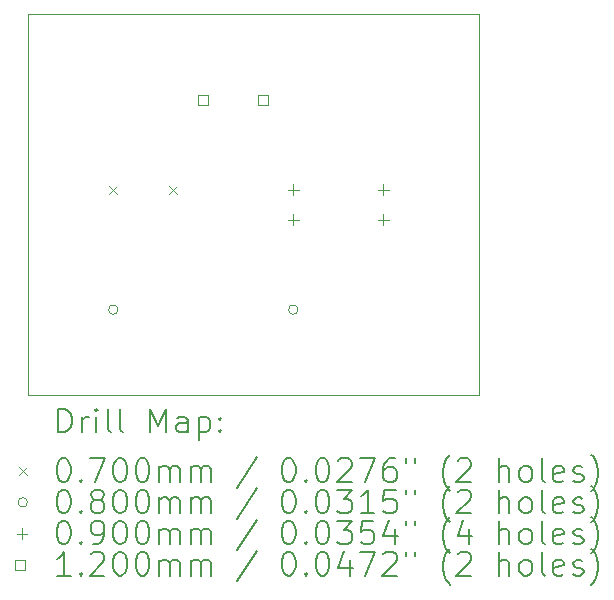
<source format=gbr>
%TF.GenerationSoftware,KiCad,Pcbnew,7.0.10*%
%TF.CreationDate,2024-04-09T17:15:35+02:00*%
%TF.ProjectId,KortsluitingBeperker,4b6f7274-736c-4756-9974-696e67426570,rev?*%
%TF.SameCoordinates,Original*%
%TF.FileFunction,Drillmap*%
%TF.FilePolarity,Positive*%
%FSLAX45Y45*%
G04 Gerber Fmt 4.5, Leading zero omitted, Abs format (unit mm)*
G04 Created by KiCad (PCBNEW 7.0.10) date 2024-04-09 17:15:35*
%MOMM*%
%LPD*%
G01*
G04 APERTURE LIST*
%ADD10C,0.100000*%
%ADD11C,0.200000*%
%ADD12C,0.120000*%
G04 APERTURE END LIST*
D10*
X1437000Y-1437000D02*
X5254000Y-1437000D01*
X5254000Y-4659000D01*
X1437000Y-4659000D01*
X1437000Y-1437000D01*
D11*
D10*
X2124000Y-2886000D02*
X2194000Y-2956000D01*
X2194000Y-2886000D02*
X2124000Y-2956000D01*
X2632000Y-2886000D02*
X2702000Y-2956000D01*
X2702000Y-2886000D02*
X2632000Y-2956000D01*
X2199000Y-3937000D02*
G75*
G03*
X2119000Y-3937000I-40000J0D01*
G01*
X2119000Y-3937000D02*
G75*
G03*
X2199000Y-3937000I40000J0D01*
G01*
X3723000Y-3937000D02*
G75*
G03*
X3643000Y-3937000I-40000J0D01*
G01*
X3643000Y-3937000D02*
G75*
G03*
X3723000Y-3937000I40000J0D01*
G01*
X3683000Y-2876000D02*
X3683000Y-2966000D01*
X3638000Y-2921000D02*
X3728000Y-2921000D01*
X3683000Y-3130000D02*
X3683000Y-3220000D01*
X3638000Y-3175000D02*
X3728000Y-3175000D01*
X4445000Y-2876000D02*
X4445000Y-2966000D01*
X4400000Y-2921000D02*
X4490000Y-2921000D01*
X4445000Y-3130000D02*
X4445000Y-3220000D01*
X4400000Y-3175000D02*
X4490000Y-3175000D01*
D12*
X2963427Y-2201427D02*
X2963427Y-2116573D01*
X2878573Y-2116573D01*
X2878573Y-2201427D01*
X2963427Y-2201427D01*
X3471427Y-2201427D02*
X3471427Y-2116573D01*
X3386573Y-2116573D01*
X3386573Y-2201427D01*
X3471427Y-2201427D01*
D11*
X1692777Y-4975484D02*
X1692777Y-4775484D01*
X1692777Y-4775484D02*
X1740396Y-4775484D01*
X1740396Y-4775484D02*
X1768967Y-4785008D01*
X1768967Y-4785008D02*
X1788015Y-4804055D01*
X1788015Y-4804055D02*
X1797539Y-4823103D01*
X1797539Y-4823103D02*
X1807062Y-4861198D01*
X1807062Y-4861198D02*
X1807062Y-4889770D01*
X1807062Y-4889770D02*
X1797539Y-4927865D01*
X1797539Y-4927865D02*
X1788015Y-4946912D01*
X1788015Y-4946912D02*
X1768967Y-4965960D01*
X1768967Y-4965960D02*
X1740396Y-4975484D01*
X1740396Y-4975484D02*
X1692777Y-4975484D01*
X1892777Y-4975484D02*
X1892777Y-4842150D01*
X1892777Y-4880246D02*
X1902301Y-4861198D01*
X1902301Y-4861198D02*
X1911824Y-4851674D01*
X1911824Y-4851674D02*
X1930872Y-4842150D01*
X1930872Y-4842150D02*
X1949920Y-4842150D01*
X2016586Y-4975484D02*
X2016586Y-4842150D01*
X2016586Y-4775484D02*
X2007062Y-4785008D01*
X2007062Y-4785008D02*
X2016586Y-4794531D01*
X2016586Y-4794531D02*
X2026110Y-4785008D01*
X2026110Y-4785008D02*
X2016586Y-4775484D01*
X2016586Y-4775484D02*
X2016586Y-4794531D01*
X2140396Y-4975484D02*
X2121348Y-4965960D01*
X2121348Y-4965960D02*
X2111824Y-4946912D01*
X2111824Y-4946912D02*
X2111824Y-4775484D01*
X2245158Y-4975484D02*
X2226110Y-4965960D01*
X2226110Y-4965960D02*
X2216586Y-4946912D01*
X2216586Y-4946912D02*
X2216586Y-4775484D01*
X2473729Y-4975484D02*
X2473729Y-4775484D01*
X2473729Y-4775484D02*
X2540396Y-4918341D01*
X2540396Y-4918341D02*
X2607063Y-4775484D01*
X2607063Y-4775484D02*
X2607063Y-4975484D01*
X2788015Y-4975484D02*
X2788015Y-4870722D01*
X2788015Y-4870722D02*
X2778491Y-4851674D01*
X2778491Y-4851674D02*
X2759444Y-4842150D01*
X2759444Y-4842150D02*
X2721348Y-4842150D01*
X2721348Y-4842150D02*
X2702301Y-4851674D01*
X2788015Y-4965960D02*
X2768967Y-4975484D01*
X2768967Y-4975484D02*
X2721348Y-4975484D01*
X2721348Y-4975484D02*
X2702301Y-4965960D01*
X2702301Y-4965960D02*
X2692777Y-4946912D01*
X2692777Y-4946912D02*
X2692777Y-4927865D01*
X2692777Y-4927865D02*
X2702301Y-4908817D01*
X2702301Y-4908817D02*
X2721348Y-4899293D01*
X2721348Y-4899293D02*
X2768967Y-4899293D01*
X2768967Y-4899293D02*
X2788015Y-4889770D01*
X2883253Y-4842150D02*
X2883253Y-5042150D01*
X2883253Y-4851674D02*
X2902301Y-4842150D01*
X2902301Y-4842150D02*
X2940396Y-4842150D01*
X2940396Y-4842150D02*
X2959443Y-4851674D01*
X2959443Y-4851674D02*
X2968967Y-4861198D01*
X2968967Y-4861198D02*
X2978491Y-4880246D01*
X2978491Y-4880246D02*
X2978491Y-4937389D01*
X2978491Y-4937389D02*
X2968967Y-4956436D01*
X2968967Y-4956436D02*
X2959443Y-4965960D01*
X2959443Y-4965960D02*
X2940396Y-4975484D01*
X2940396Y-4975484D02*
X2902301Y-4975484D01*
X2902301Y-4975484D02*
X2883253Y-4965960D01*
X3064205Y-4956436D02*
X3073729Y-4965960D01*
X3073729Y-4965960D02*
X3064205Y-4975484D01*
X3064205Y-4975484D02*
X3054682Y-4965960D01*
X3054682Y-4965960D02*
X3064205Y-4956436D01*
X3064205Y-4956436D02*
X3064205Y-4975484D01*
X3064205Y-4851674D02*
X3073729Y-4861198D01*
X3073729Y-4861198D02*
X3064205Y-4870722D01*
X3064205Y-4870722D02*
X3054682Y-4861198D01*
X3054682Y-4861198D02*
X3064205Y-4851674D01*
X3064205Y-4851674D02*
X3064205Y-4870722D01*
D10*
X1362000Y-5269000D02*
X1432000Y-5339000D01*
X1432000Y-5269000D02*
X1362000Y-5339000D01*
D11*
X1730872Y-5195484D02*
X1749920Y-5195484D01*
X1749920Y-5195484D02*
X1768967Y-5205008D01*
X1768967Y-5205008D02*
X1778491Y-5214531D01*
X1778491Y-5214531D02*
X1788015Y-5233579D01*
X1788015Y-5233579D02*
X1797539Y-5271674D01*
X1797539Y-5271674D02*
X1797539Y-5319293D01*
X1797539Y-5319293D02*
X1788015Y-5357389D01*
X1788015Y-5357389D02*
X1778491Y-5376436D01*
X1778491Y-5376436D02*
X1768967Y-5385960D01*
X1768967Y-5385960D02*
X1749920Y-5395484D01*
X1749920Y-5395484D02*
X1730872Y-5395484D01*
X1730872Y-5395484D02*
X1711824Y-5385960D01*
X1711824Y-5385960D02*
X1702301Y-5376436D01*
X1702301Y-5376436D02*
X1692777Y-5357389D01*
X1692777Y-5357389D02*
X1683253Y-5319293D01*
X1683253Y-5319293D02*
X1683253Y-5271674D01*
X1683253Y-5271674D02*
X1692777Y-5233579D01*
X1692777Y-5233579D02*
X1702301Y-5214531D01*
X1702301Y-5214531D02*
X1711824Y-5205008D01*
X1711824Y-5205008D02*
X1730872Y-5195484D01*
X1883253Y-5376436D02*
X1892777Y-5385960D01*
X1892777Y-5385960D02*
X1883253Y-5395484D01*
X1883253Y-5395484D02*
X1873729Y-5385960D01*
X1873729Y-5385960D02*
X1883253Y-5376436D01*
X1883253Y-5376436D02*
X1883253Y-5395484D01*
X1959443Y-5195484D02*
X2092777Y-5195484D01*
X2092777Y-5195484D02*
X2007062Y-5395484D01*
X2207063Y-5195484D02*
X2226110Y-5195484D01*
X2226110Y-5195484D02*
X2245158Y-5205008D01*
X2245158Y-5205008D02*
X2254682Y-5214531D01*
X2254682Y-5214531D02*
X2264205Y-5233579D01*
X2264205Y-5233579D02*
X2273729Y-5271674D01*
X2273729Y-5271674D02*
X2273729Y-5319293D01*
X2273729Y-5319293D02*
X2264205Y-5357389D01*
X2264205Y-5357389D02*
X2254682Y-5376436D01*
X2254682Y-5376436D02*
X2245158Y-5385960D01*
X2245158Y-5385960D02*
X2226110Y-5395484D01*
X2226110Y-5395484D02*
X2207063Y-5395484D01*
X2207063Y-5395484D02*
X2188015Y-5385960D01*
X2188015Y-5385960D02*
X2178491Y-5376436D01*
X2178491Y-5376436D02*
X2168967Y-5357389D01*
X2168967Y-5357389D02*
X2159444Y-5319293D01*
X2159444Y-5319293D02*
X2159444Y-5271674D01*
X2159444Y-5271674D02*
X2168967Y-5233579D01*
X2168967Y-5233579D02*
X2178491Y-5214531D01*
X2178491Y-5214531D02*
X2188015Y-5205008D01*
X2188015Y-5205008D02*
X2207063Y-5195484D01*
X2397539Y-5195484D02*
X2416586Y-5195484D01*
X2416586Y-5195484D02*
X2435634Y-5205008D01*
X2435634Y-5205008D02*
X2445158Y-5214531D01*
X2445158Y-5214531D02*
X2454682Y-5233579D01*
X2454682Y-5233579D02*
X2464205Y-5271674D01*
X2464205Y-5271674D02*
X2464205Y-5319293D01*
X2464205Y-5319293D02*
X2454682Y-5357389D01*
X2454682Y-5357389D02*
X2445158Y-5376436D01*
X2445158Y-5376436D02*
X2435634Y-5385960D01*
X2435634Y-5385960D02*
X2416586Y-5395484D01*
X2416586Y-5395484D02*
X2397539Y-5395484D01*
X2397539Y-5395484D02*
X2378491Y-5385960D01*
X2378491Y-5385960D02*
X2368967Y-5376436D01*
X2368967Y-5376436D02*
X2359444Y-5357389D01*
X2359444Y-5357389D02*
X2349920Y-5319293D01*
X2349920Y-5319293D02*
X2349920Y-5271674D01*
X2349920Y-5271674D02*
X2359444Y-5233579D01*
X2359444Y-5233579D02*
X2368967Y-5214531D01*
X2368967Y-5214531D02*
X2378491Y-5205008D01*
X2378491Y-5205008D02*
X2397539Y-5195484D01*
X2549920Y-5395484D02*
X2549920Y-5262150D01*
X2549920Y-5281198D02*
X2559444Y-5271674D01*
X2559444Y-5271674D02*
X2578491Y-5262150D01*
X2578491Y-5262150D02*
X2607063Y-5262150D01*
X2607063Y-5262150D02*
X2626110Y-5271674D01*
X2626110Y-5271674D02*
X2635634Y-5290722D01*
X2635634Y-5290722D02*
X2635634Y-5395484D01*
X2635634Y-5290722D02*
X2645158Y-5271674D01*
X2645158Y-5271674D02*
X2664205Y-5262150D01*
X2664205Y-5262150D02*
X2692777Y-5262150D01*
X2692777Y-5262150D02*
X2711825Y-5271674D01*
X2711825Y-5271674D02*
X2721348Y-5290722D01*
X2721348Y-5290722D02*
X2721348Y-5395484D01*
X2816586Y-5395484D02*
X2816586Y-5262150D01*
X2816586Y-5281198D02*
X2826110Y-5271674D01*
X2826110Y-5271674D02*
X2845158Y-5262150D01*
X2845158Y-5262150D02*
X2873729Y-5262150D01*
X2873729Y-5262150D02*
X2892777Y-5271674D01*
X2892777Y-5271674D02*
X2902301Y-5290722D01*
X2902301Y-5290722D02*
X2902301Y-5395484D01*
X2902301Y-5290722D02*
X2911824Y-5271674D01*
X2911824Y-5271674D02*
X2930872Y-5262150D01*
X2930872Y-5262150D02*
X2959443Y-5262150D01*
X2959443Y-5262150D02*
X2978491Y-5271674D01*
X2978491Y-5271674D02*
X2988015Y-5290722D01*
X2988015Y-5290722D02*
X2988015Y-5395484D01*
X3378491Y-5185960D02*
X3207063Y-5443103D01*
X3635634Y-5195484D02*
X3654682Y-5195484D01*
X3654682Y-5195484D02*
X3673729Y-5205008D01*
X3673729Y-5205008D02*
X3683253Y-5214531D01*
X3683253Y-5214531D02*
X3692777Y-5233579D01*
X3692777Y-5233579D02*
X3702301Y-5271674D01*
X3702301Y-5271674D02*
X3702301Y-5319293D01*
X3702301Y-5319293D02*
X3692777Y-5357389D01*
X3692777Y-5357389D02*
X3683253Y-5376436D01*
X3683253Y-5376436D02*
X3673729Y-5385960D01*
X3673729Y-5385960D02*
X3654682Y-5395484D01*
X3654682Y-5395484D02*
X3635634Y-5395484D01*
X3635634Y-5395484D02*
X3616586Y-5385960D01*
X3616586Y-5385960D02*
X3607063Y-5376436D01*
X3607063Y-5376436D02*
X3597539Y-5357389D01*
X3597539Y-5357389D02*
X3588015Y-5319293D01*
X3588015Y-5319293D02*
X3588015Y-5271674D01*
X3588015Y-5271674D02*
X3597539Y-5233579D01*
X3597539Y-5233579D02*
X3607063Y-5214531D01*
X3607063Y-5214531D02*
X3616586Y-5205008D01*
X3616586Y-5205008D02*
X3635634Y-5195484D01*
X3788015Y-5376436D02*
X3797539Y-5385960D01*
X3797539Y-5385960D02*
X3788015Y-5395484D01*
X3788015Y-5395484D02*
X3778491Y-5385960D01*
X3778491Y-5385960D02*
X3788015Y-5376436D01*
X3788015Y-5376436D02*
X3788015Y-5395484D01*
X3921348Y-5195484D02*
X3940396Y-5195484D01*
X3940396Y-5195484D02*
X3959444Y-5205008D01*
X3959444Y-5205008D02*
X3968967Y-5214531D01*
X3968967Y-5214531D02*
X3978491Y-5233579D01*
X3978491Y-5233579D02*
X3988015Y-5271674D01*
X3988015Y-5271674D02*
X3988015Y-5319293D01*
X3988015Y-5319293D02*
X3978491Y-5357389D01*
X3978491Y-5357389D02*
X3968967Y-5376436D01*
X3968967Y-5376436D02*
X3959444Y-5385960D01*
X3959444Y-5385960D02*
X3940396Y-5395484D01*
X3940396Y-5395484D02*
X3921348Y-5395484D01*
X3921348Y-5395484D02*
X3902301Y-5385960D01*
X3902301Y-5385960D02*
X3892777Y-5376436D01*
X3892777Y-5376436D02*
X3883253Y-5357389D01*
X3883253Y-5357389D02*
X3873729Y-5319293D01*
X3873729Y-5319293D02*
X3873729Y-5271674D01*
X3873729Y-5271674D02*
X3883253Y-5233579D01*
X3883253Y-5233579D02*
X3892777Y-5214531D01*
X3892777Y-5214531D02*
X3902301Y-5205008D01*
X3902301Y-5205008D02*
X3921348Y-5195484D01*
X4064206Y-5214531D02*
X4073729Y-5205008D01*
X4073729Y-5205008D02*
X4092777Y-5195484D01*
X4092777Y-5195484D02*
X4140396Y-5195484D01*
X4140396Y-5195484D02*
X4159444Y-5205008D01*
X4159444Y-5205008D02*
X4168967Y-5214531D01*
X4168967Y-5214531D02*
X4178491Y-5233579D01*
X4178491Y-5233579D02*
X4178491Y-5252627D01*
X4178491Y-5252627D02*
X4168967Y-5281198D01*
X4168967Y-5281198D02*
X4054682Y-5395484D01*
X4054682Y-5395484D02*
X4178491Y-5395484D01*
X4245158Y-5195484D02*
X4378491Y-5195484D01*
X4378491Y-5195484D02*
X4292777Y-5395484D01*
X4540396Y-5195484D02*
X4502301Y-5195484D01*
X4502301Y-5195484D02*
X4483253Y-5205008D01*
X4483253Y-5205008D02*
X4473729Y-5214531D01*
X4473729Y-5214531D02*
X4454682Y-5243103D01*
X4454682Y-5243103D02*
X4445158Y-5281198D01*
X4445158Y-5281198D02*
X4445158Y-5357389D01*
X4445158Y-5357389D02*
X4454682Y-5376436D01*
X4454682Y-5376436D02*
X4464206Y-5385960D01*
X4464206Y-5385960D02*
X4483253Y-5395484D01*
X4483253Y-5395484D02*
X4521349Y-5395484D01*
X4521349Y-5395484D02*
X4540396Y-5385960D01*
X4540396Y-5385960D02*
X4549920Y-5376436D01*
X4549920Y-5376436D02*
X4559444Y-5357389D01*
X4559444Y-5357389D02*
X4559444Y-5309770D01*
X4559444Y-5309770D02*
X4549920Y-5290722D01*
X4549920Y-5290722D02*
X4540396Y-5281198D01*
X4540396Y-5281198D02*
X4521349Y-5271674D01*
X4521349Y-5271674D02*
X4483253Y-5271674D01*
X4483253Y-5271674D02*
X4464206Y-5281198D01*
X4464206Y-5281198D02*
X4454682Y-5290722D01*
X4454682Y-5290722D02*
X4445158Y-5309770D01*
X4635634Y-5195484D02*
X4635634Y-5233579D01*
X4711825Y-5195484D02*
X4711825Y-5233579D01*
X5007063Y-5471674D02*
X4997539Y-5462150D01*
X4997539Y-5462150D02*
X4978491Y-5433579D01*
X4978491Y-5433579D02*
X4968968Y-5414531D01*
X4968968Y-5414531D02*
X4959444Y-5385960D01*
X4959444Y-5385960D02*
X4949920Y-5338341D01*
X4949920Y-5338341D02*
X4949920Y-5300246D01*
X4949920Y-5300246D02*
X4959444Y-5252627D01*
X4959444Y-5252627D02*
X4968968Y-5224055D01*
X4968968Y-5224055D02*
X4978491Y-5205008D01*
X4978491Y-5205008D02*
X4997539Y-5176436D01*
X4997539Y-5176436D02*
X5007063Y-5166912D01*
X5073730Y-5214531D02*
X5083253Y-5205008D01*
X5083253Y-5205008D02*
X5102301Y-5195484D01*
X5102301Y-5195484D02*
X5149920Y-5195484D01*
X5149920Y-5195484D02*
X5168968Y-5205008D01*
X5168968Y-5205008D02*
X5178491Y-5214531D01*
X5178491Y-5214531D02*
X5188015Y-5233579D01*
X5188015Y-5233579D02*
X5188015Y-5252627D01*
X5188015Y-5252627D02*
X5178491Y-5281198D01*
X5178491Y-5281198D02*
X5064206Y-5395484D01*
X5064206Y-5395484D02*
X5188015Y-5395484D01*
X5426111Y-5395484D02*
X5426111Y-5195484D01*
X5511825Y-5395484D02*
X5511825Y-5290722D01*
X5511825Y-5290722D02*
X5502301Y-5271674D01*
X5502301Y-5271674D02*
X5483253Y-5262150D01*
X5483253Y-5262150D02*
X5454682Y-5262150D01*
X5454682Y-5262150D02*
X5435634Y-5271674D01*
X5435634Y-5271674D02*
X5426111Y-5281198D01*
X5635634Y-5395484D02*
X5616587Y-5385960D01*
X5616587Y-5385960D02*
X5607063Y-5376436D01*
X5607063Y-5376436D02*
X5597539Y-5357389D01*
X5597539Y-5357389D02*
X5597539Y-5300246D01*
X5597539Y-5300246D02*
X5607063Y-5281198D01*
X5607063Y-5281198D02*
X5616587Y-5271674D01*
X5616587Y-5271674D02*
X5635634Y-5262150D01*
X5635634Y-5262150D02*
X5664206Y-5262150D01*
X5664206Y-5262150D02*
X5683253Y-5271674D01*
X5683253Y-5271674D02*
X5692777Y-5281198D01*
X5692777Y-5281198D02*
X5702301Y-5300246D01*
X5702301Y-5300246D02*
X5702301Y-5357389D01*
X5702301Y-5357389D02*
X5692777Y-5376436D01*
X5692777Y-5376436D02*
X5683253Y-5385960D01*
X5683253Y-5385960D02*
X5664206Y-5395484D01*
X5664206Y-5395484D02*
X5635634Y-5395484D01*
X5816587Y-5395484D02*
X5797539Y-5385960D01*
X5797539Y-5385960D02*
X5788015Y-5366912D01*
X5788015Y-5366912D02*
X5788015Y-5195484D01*
X5968968Y-5385960D02*
X5949920Y-5395484D01*
X5949920Y-5395484D02*
X5911825Y-5395484D01*
X5911825Y-5395484D02*
X5892777Y-5385960D01*
X5892777Y-5385960D02*
X5883253Y-5366912D01*
X5883253Y-5366912D02*
X5883253Y-5290722D01*
X5883253Y-5290722D02*
X5892777Y-5271674D01*
X5892777Y-5271674D02*
X5911825Y-5262150D01*
X5911825Y-5262150D02*
X5949920Y-5262150D01*
X5949920Y-5262150D02*
X5968968Y-5271674D01*
X5968968Y-5271674D02*
X5978491Y-5290722D01*
X5978491Y-5290722D02*
X5978491Y-5309770D01*
X5978491Y-5309770D02*
X5883253Y-5328817D01*
X6054682Y-5385960D02*
X6073730Y-5395484D01*
X6073730Y-5395484D02*
X6111825Y-5395484D01*
X6111825Y-5395484D02*
X6130872Y-5385960D01*
X6130872Y-5385960D02*
X6140396Y-5366912D01*
X6140396Y-5366912D02*
X6140396Y-5357389D01*
X6140396Y-5357389D02*
X6130872Y-5338341D01*
X6130872Y-5338341D02*
X6111825Y-5328817D01*
X6111825Y-5328817D02*
X6083253Y-5328817D01*
X6083253Y-5328817D02*
X6064206Y-5319293D01*
X6064206Y-5319293D02*
X6054682Y-5300246D01*
X6054682Y-5300246D02*
X6054682Y-5290722D01*
X6054682Y-5290722D02*
X6064206Y-5271674D01*
X6064206Y-5271674D02*
X6083253Y-5262150D01*
X6083253Y-5262150D02*
X6111825Y-5262150D01*
X6111825Y-5262150D02*
X6130872Y-5271674D01*
X6207063Y-5471674D02*
X6216587Y-5462150D01*
X6216587Y-5462150D02*
X6235634Y-5433579D01*
X6235634Y-5433579D02*
X6245158Y-5414531D01*
X6245158Y-5414531D02*
X6254682Y-5385960D01*
X6254682Y-5385960D02*
X6264206Y-5338341D01*
X6264206Y-5338341D02*
X6264206Y-5300246D01*
X6264206Y-5300246D02*
X6254682Y-5252627D01*
X6254682Y-5252627D02*
X6245158Y-5224055D01*
X6245158Y-5224055D02*
X6235634Y-5205008D01*
X6235634Y-5205008D02*
X6216587Y-5176436D01*
X6216587Y-5176436D02*
X6207063Y-5166912D01*
D10*
X1432000Y-5568000D02*
G75*
G03*
X1352000Y-5568000I-40000J0D01*
G01*
X1352000Y-5568000D02*
G75*
G03*
X1432000Y-5568000I40000J0D01*
G01*
D11*
X1730872Y-5459484D02*
X1749920Y-5459484D01*
X1749920Y-5459484D02*
X1768967Y-5469008D01*
X1768967Y-5469008D02*
X1778491Y-5478531D01*
X1778491Y-5478531D02*
X1788015Y-5497579D01*
X1788015Y-5497579D02*
X1797539Y-5535674D01*
X1797539Y-5535674D02*
X1797539Y-5583293D01*
X1797539Y-5583293D02*
X1788015Y-5621388D01*
X1788015Y-5621388D02*
X1778491Y-5640436D01*
X1778491Y-5640436D02*
X1768967Y-5649960D01*
X1768967Y-5649960D02*
X1749920Y-5659484D01*
X1749920Y-5659484D02*
X1730872Y-5659484D01*
X1730872Y-5659484D02*
X1711824Y-5649960D01*
X1711824Y-5649960D02*
X1702301Y-5640436D01*
X1702301Y-5640436D02*
X1692777Y-5621388D01*
X1692777Y-5621388D02*
X1683253Y-5583293D01*
X1683253Y-5583293D02*
X1683253Y-5535674D01*
X1683253Y-5535674D02*
X1692777Y-5497579D01*
X1692777Y-5497579D02*
X1702301Y-5478531D01*
X1702301Y-5478531D02*
X1711824Y-5469008D01*
X1711824Y-5469008D02*
X1730872Y-5459484D01*
X1883253Y-5640436D02*
X1892777Y-5649960D01*
X1892777Y-5649960D02*
X1883253Y-5659484D01*
X1883253Y-5659484D02*
X1873729Y-5649960D01*
X1873729Y-5649960D02*
X1883253Y-5640436D01*
X1883253Y-5640436D02*
X1883253Y-5659484D01*
X2007062Y-5545198D02*
X1988015Y-5535674D01*
X1988015Y-5535674D02*
X1978491Y-5526150D01*
X1978491Y-5526150D02*
X1968967Y-5507103D01*
X1968967Y-5507103D02*
X1968967Y-5497579D01*
X1968967Y-5497579D02*
X1978491Y-5478531D01*
X1978491Y-5478531D02*
X1988015Y-5469008D01*
X1988015Y-5469008D02*
X2007062Y-5459484D01*
X2007062Y-5459484D02*
X2045158Y-5459484D01*
X2045158Y-5459484D02*
X2064205Y-5469008D01*
X2064205Y-5469008D02*
X2073729Y-5478531D01*
X2073729Y-5478531D02*
X2083253Y-5497579D01*
X2083253Y-5497579D02*
X2083253Y-5507103D01*
X2083253Y-5507103D02*
X2073729Y-5526150D01*
X2073729Y-5526150D02*
X2064205Y-5535674D01*
X2064205Y-5535674D02*
X2045158Y-5545198D01*
X2045158Y-5545198D02*
X2007062Y-5545198D01*
X2007062Y-5545198D02*
X1988015Y-5554722D01*
X1988015Y-5554722D02*
X1978491Y-5564246D01*
X1978491Y-5564246D02*
X1968967Y-5583293D01*
X1968967Y-5583293D02*
X1968967Y-5621388D01*
X1968967Y-5621388D02*
X1978491Y-5640436D01*
X1978491Y-5640436D02*
X1988015Y-5649960D01*
X1988015Y-5649960D02*
X2007062Y-5659484D01*
X2007062Y-5659484D02*
X2045158Y-5659484D01*
X2045158Y-5659484D02*
X2064205Y-5649960D01*
X2064205Y-5649960D02*
X2073729Y-5640436D01*
X2073729Y-5640436D02*
X2083253Y-5621388D01*
X2083253Y-5621388D02*
X2083253Y-5583293D01*
X2083253Y-5583293D02*
X2073729Y-5564246D01*
X2073729Y-5564246D02*
X2064205Y-5554722D01*
X2064205Y-5554722D02*
X2045158Y-5545198D01*
X2207063Y-5459484D02*
X2226110Y-5459484D01*
X2226110Y-5459484D02*
X2245158Y-5469008D01*
X2245158Y-5469008D02*
X2254682Y-5478531D01*
X2254682Y-5478531D02*
X2264205Y-5497579D01*
X2264205Y-5497579D02*
X2273729Y-5535674D01*
X2273729Y-5535674D02*
X2273729Y-5583293D01*
X2273729Y-5583293D02*
X2264205Y-5621388D01*
X2264205Y-5621388D02*
X2254682Y-5640436D01*
X2254682Y-5640436D02*
X2245158Y-5649960D01*
X2245158Y-5649960D02*
X2226110Y-5659484D01*
X2226110Y-5659484D02*
X2207063Y-5659484D01*
X2207063Y-5659484D02*
X2188015Y-5649960D01*
X2188015Y-5649960D02*
X2178491Y-5640436D01*
X2178491Y-5640436D02*
X2168967Y-5621388D01*
X2168967Y-5621388D02*
X2159444Y-5583293D01*
X2159444Y-5583293D02*
X2159444Y-5535674D01*
X2159444Y-5535674D02*
X2168967Y-5497579D01*
X2168967Y-5497579D02*
X2178491Y-5478531D01*
X2178491Y-5478531D02*
X2188015Y-5469008D01*
X2188015Y-5469008D02*
X2207063Y-5459484D01*
X2397539Y-5459484D02*
X2416586Y-5459484D01*
X2416586Y-5459484D02*
X2435634Y-5469008D01*
X2435634Y-5469008D02*
X2445158Y-5478531D01*
X2445158Y-5478531D02*
X2454682Y-5497579D01*
X2454682Y-5497579D02*
X2464205Y-5535674D01*
X2464205Y-5535674D02*
X2464205Y-5583293D01*
X2464205Y-5583293D02*
X2454682Y-5621388D01*
X2454682Y-5621388D02*
X2445158Y-5640436D01*
X2445158Y-5640436D02*
X2435634Y-5649960D01*
X2435634Y-5649960D02*
X2416586Y-5659484D01*
X2416586Y-5659484D02*
X2397539Y-5659484D01*
X2397539Y-5659484D02*
X2378491Y-5649960D01*
X2378491Y-5649960D02*
X2368967Y-5640436D01*
X2368967Y-5640436D02*
X2359444Y-5621388D01*
X2359444Y-5621388D02*
X2349920Y-5583293D01*
X2349920Y-5583293D02*
X2349920Y-5535674D01*
X2349920Y-5535674D02*
X2359444Y-5497579D01*
X2359444Y-5497579D02*
X2368967Y-5478531D01*
X2368967Y-5478531D02*
X2378491Y-5469008D01*
X2378491Y-5469008D02*
X2397539Y-5459484D01*
X2549920Y-5659484D02*
X2549920Y-5526150D01*
X2549920Y-5545198D02*
X2559444Y-5535674D01*
X2559444Y-5535674D02*
X2578491Y-5526150D01*
X2578491Y-5526150D02*
X2607063Y-5526150D01*
X2607063Y-5526150D02*
X2626110Y-5535674D01*
X2626110Y-5535674D02*
X2635634Y-5554722D01*
X2635634Y-5554722D02*
X2635634Y-5659484D01*
X2635634Y-5554722D02*
X2645158Y-5535674D01*
X2645158Y-5535674D02*
X2664205Y-5526150D01*
X2664205Y-5526150D02*
X2692777Y-5526150D01*
X2692777Y-5526150D02*
X2711825Y-5535674D01*
X2711825Y-5535674D02*
X2721348Y-5554722D01*
X2721348Y-5554722D02*
X2721348Y-5659484D01*
X2816586Y-5659484D02*
X2816586Y-5526150D01*
X2816586Y-5545198D02*
X2826110Y-5535674D01*
X2826110Y-5535674D02*
X2845158Y-5526150D01*
X2845158Y-5526150D02*
X2873729Y-5526150D01*
X2873729Y-5526150D02*
X2892777Y-5535674D01*
X2892777Y-5535674D02*
X2902301Y-5554722D01*
X2902301Y-5554722D02*
X2902301Y-5659484D01*
X2902301Y-5554722D02*
X2911824Y-5535674D01*
X2911824Y-5535674D02*
X2930872Y-5526150D01*
X2930872Y-5526150D02*
X2959443Y-5526150D01*
X2959443Y-5526150D02*
X2978491Y-5535674D01*
X2978491Y-5535674D02*
X2988015Y-5554722D01*
X2988015Y-5554722D02*
X2988015Y-5659484D01*
X3378491Y-5449960D02*
X3207063Y-5707103D01*
X3635634Y-5459484D02*
X3654682Y-5459484D01*
X3654682Y-5459484D02*
X3673729Y-5469008D01*
X3673729Y-5469008D02*
X3683253Y-5478531D01*
X3683253Y-5478531D02*
X3692777Y-5497579D01*
X3692777Y-5497579D02*
X3702301Y-5535674D01*
X3702301Y-5535674D02*
X3702301Y-5583293D01*
X3702301Y-5583293D02*
X3692777Y-5621388D01*
X3692777Y-5621388D02*
X3683253Y-5640436D01*
X3683253Y-5640436D02*
X3673729Y-5649960D01*
X3673729Y-5649960D02*
X3654682Y-5659484D01*
X3654682Y-5659484D02*
X3635634Y-5659484D01*
X3635634Y-5659484D02*
X3616586Y-5649960D01*
X3616586Y-5649960D02*
X3607063Y-5640436D01*
X3607063Y-5640436D02*
X3597539Y-5621388D01*
X3597539Y-5621388D02*
X3588015Y-5583293D01*
X3588015Y-5583293D02*
X3588015Y-5535674D01*
X3588015Y-5535674D02*
X3597539Y-5497579D01*
X3597539Y-5497579D02*
X3607063Y-5478531D01*
X3607063Y-5478531D02*
X3616586Y-5469008D01*
X3616586Y-5469008D02*
X3635634Y-5459484D01*
X3788015Y-5640436D02*
X3797539Y-5649960D01*
X3797539Y-5649960D02*
X3788015Y-5659484D01*
X3788015Y-5659484D02*
X3778491Y-5649960D01*
X3778491Y-5649960D02*
X3788015Y-5640436D01*
X3788015Y-5640436D02*
X3788015Y-5659484D01*
X3921348Y-5459484D02*
X3940396Y-5459484D01*
X3940396Y-5459484D02*
X3959444Y-5469008D01*
X3959444Y-5469008D02*
X3968967Y-5478531D01*
X3968967Y-5478531D02*
X3978491Y-5497579D01*
X3978491Y-5497579D02*
X3988015Y-5535674D01*
X3988015Y-5535674D02*
X3988015Y-5583293D01*
X3988015Y-5583293D02*
X3978491Y-5621388D01*
X3978491Y-5621388D02*
X3968967Y-5640436D01*
X3968967Y-5640436D02*
X3959444Y-5649960D01*
X3959444Y-5649960D02*
X3940396Y-5659484D01*
X3940396Y-5659484D02*
X3921348Y-5659484D01*
X3921348Y-5659484D02*
X3902301Y-5649960D01*
X3902301Y-5649960D02*
X3892777Y-5640436D01*
X3892777Y-5640436D02*
X3883253Y-5621388D01*
X3883253Y-5621388D02*
X3873729Y-5583293D01*
X3873729Y-5583293D02*
X3873729Y-5535674D01*
X3873729Y-5535674D02*
X3883253Y-5497579D01*
X3883253Y-5497579D02*
X3892777Y-5478531D01*
X3892777Y-5478531D02*
X3902301Y-5469008D01*
X3902301Y-5469008D02*
X3921348Y-5459484D01*
X4054682Y-5459484D02*
X4178491Y-5459484D01*
X4178491Y-5459484D02*
X4111825Y-5535674D01*
X4111825Y-5535674D02*
X4140396Y-5535674D01*
X4140396Y-5535674D02*
X4159444Y-5545198D01*
X4159444Y-5545198D02*
X4168967Y-5554722D01*
X4168967Y-5554722D02*
X4178491Y-5573770D01*
X4178491Y-5573770D02*
X4178491Y-5621388D01*
X4178491Y-5621388D02*
X4168967Y-5640436D01*
X4168967Y-5640436D02*
X4159444Y-5649960D01*
X4159444Y-5649960D02*
X4140396Y-5659484D01*
X4140396Y-5659484D02*
X4083253Y-5659484D01*
X4083253Y-5659484D02*
X4064206Y-5649960D01*
X4064206Y-5649960D02*
X4054682Y-5640436D01*
X4368968Y-5659484D02*
X4254682Y-5659484D01*
X4311825Y-5659484D02*
X4311825Y-5459484D01*
X4311825Y-5459484D02*
X4292777Y-5488055D01*
X4292777Y-5488055D02*
X4273729Y-5507103D01*
X4273729Y-5507103D02*
X4254682Y-5516627D01*
X4549920Y-5459484D02*
X4454682Y-5459484D01*
X4454682Y-5459484D02*
X4445158Y-5554722D01*
X4445158Y-5554722D02*
X4454682Y-5545198D01*
X4454682Y-5545198D02*
X4473729Y-5535674D01*
X4473729Y-5535674D02*
X4521349Y-5535674D01*
X4521349Y-5535674D02*
X4540396Y-5545198D01*
X4540396Y-5545198D02*
X4549920Y-5554722D01*
X4549920Y-5554722D02*
X4559444Y-5573770D01*
X4559444Y-5573770D02*
X4559444Y-5621388D01*
X4559444Y-5621388D02*
X4549920Y-5640436D01*
X4549920Y-5640436D02*
X4540396Y-5649960D01*
X4540396Y-5649960D02*
X4521349Y-5659484D01*
X4521349Y-5659484D02*
X4473729Y-5659484D01*
X4473729Y-5659484D02*
X4454682Y-5649960D01*
X4454682Y-5649960D02*
X4445158Y-5640436D01*
X4635634Y-5459484D02*
X4635634Y-5497579D01*
X4711825Y-5459484D02*
X4711825Y-5497579D01*
X5007063Y-5735674D02*
X4997539Y-5726150D01*
X4997539Y-5726150D02*
X4978491Y-5697579D01*
X4978491Y-5697579D02*
X4968968Y-5678531D01*
X4968968Y-5678531D02*
X4959444Y-5649960D01*
X4959444Y-5649960D02*
X4949920Y-5602341D01*
X4949920Y-5602341D02*
X4949920Y-5564246D01*
X4949920Y-5564246D02*
X4959444Y-5516627D01*
X4959444Y-5516627D02*
X4968968Y-5488055D01*
X4968968Y-5488055D02*
X4978491Y-5469008D01*
X4978491Y-5469008D02*
X4997539Y-5440436D01*
X4997539Y-5440436D02*
X5007063Y-5430912D01*
X5073730Y-5478531D02*
X5083253Y-5469008D01*
X5083253Y-5469008D02*
X5102301Y-5459484D01*
X5102301Y-5459484D02*
X5149920Y-5459484D01*
X5149920Y-5459484D02*
X5168968Y-5469008D01*
X5168968Y-5469008D02*
X5178491Y-5478531D01*
X5178491Y-5478531D02*
X5188015Y-5497579D01*
X5188015Y-5497579D02*
X5188015Y-5516627D01*
X5188015Y-5516627D02*
X5178491Y-5545198D01*
X5178491Y-5545198D02*
X5064206Y-5659484D01*
X5064206Y-5659484D02*
X5188015Y-5659484D01*
X5426111Y-5659484D02*
X5426111Y-5459484D01*
X5511825Y-5659484D02*
X5511825Y-5554722D01*
X5511825Y-5554722D02*
X5502301Y-5535674D01*
X5502301Y-5535674D02*
X5483253Y-5526150D01*
X5483253Y-5526150D02*
X5454682Y-5526150D01*
X5454682Y-5526150D02*
X5435634Y-5535674D01*
X5435634Y-5535674D02*
X5426111Y-5545198D01*
X5635634Y-5659484D02*
X5616587Y-5649960D01*
X5616587Y-5649960D02*
X5607063Y-5640436D01*
X5607063Y-5640436D02*
X5597539Y-5621388D01*
X5597539Y-5621388D02*
X5597539Y-5564246D01*
X5597539Y-5564246D02*
X5607063Y-5545198D01*
X5607063Y-5545198D02*
X5616587Y-5535674D01*
X5616587Y-5535674D02*
X5635634Y-5526150D01*
X5635634Y-5526150D02*
X5664206Y-5526150D01*
X5664206Y-5526150D02*
X5683253Y-5535674D01*
X5683253Y-5535674D02*
X5692777Y-5545198D01*
X5692777Y-5545198D02*
X5702301Y-5564246D01*
X5702301Y-5564246D02*
X5702301Y-5621388D01*
X5702301Y-5621388D02*
X5692777Y-5640436D01*
X5692777Y-5640436D02*
X5683253Y-5649960D01*
X5683253Y-5649960D02*
X5664206Y-5659484D01*
X5664206Y-5659484D02*
X5635634Y-5659484D01*
X5816587Y-5659484D02*
X5797539Y-5649960D01*
X5797539Y-5649960D02*
X5788015Y-5630912D01*
X5788015Y-5630912D02*
X5788015Y-5459484D01*
X5968968Y-5649960D02*
X5949920Y-5659484D01*
X5949920Y-5659484D02*
X5911825Y-5659484D01*
X5911825Y-5659484D02*
X5892777Y-5649960D01*
X5892777Y-5649960D02*
X5883253Y-5630912D01*
X5883253Y-5630912D02*
X5883253Y-5554722D01*
X5883253Y-5554722D02*
X5892777Y-5535674D01*
X5892777Y-5535674D02*
X5911825Y-5526150D01*
X5911825Y-5526150D02*
X5949920Y-5526150D01*
X5949920Y-5526150D02*
X5968968Y-5535674D01*
X5968968Y-5535674D02*
X5978491Y-5554722D01*
X5978491Y-5554722D02*
X5978491Y-5573770D01*
X5978491Y-5573770D02*
X5883253Y-5592817D01*
X6054682Y-5649960D02*
X6073730Y-5659484D01*
X6073730Y-5659484D02*
X6111825Y-5659484D01*
X6111825Y-5659484D02*
X6130872Y-5649960D01*
X6130872Y-5649960D02*
X6140396Y-5630912D01*
X6140396Y-5630912D02*
X6140396Y-5621388D01*
X6140396Y-5621388D02*
X6130872Y-5602341D01*
X6130872Y-5602341D02*
X6111825Y-5592817D01*
X6111825Y-5592817D02*
X6083253Y-5592817D01*
X6083253Y-5592817D02*
X6064206Y-5583293D01*
X6064206Y-5583293D02*
X6054682Y-5564246D01*
X6054682Y-5564246D02*
X6054682Y-5554722D01*
X6054682Y-5554722D02*
X6064206Y-5535674D01*
X6064206Y-5535674D02*
X6083253Y-5526150D01*
X6083253Y-5526150D02*
X6111825Y-5526150D01*
X6111825Y-5526150D02*
X6130872Y-5535674D01*
X6207063Y-5735674D02*
X6216587Y-5726150D01*
X6216587Y-5726150D02*
X6235634Y-5697579D01*
X6235634Y-5697579D02*
X6245158Y-5678531D01*
X6245158Y-5678531D02*
X6254682Y-5649960D01*
X6254682Y-5649960D02*
X6264206Y-5602341D01*
X6264206Y-5602341D02*
X6264206Y-5564246D01*
X6264206Y-5564246D02*
X6254682Y-5516627D01*
X6254682Y-5516627D02*
X6245158Y-5488055D01*
X6245158Y-5488055D02*
X6235634Y-5469008D01*
X6235634Y-5469008D02*
X6216587Y-5440436D01*
X6216587Y-5440436D02*
X6207063Y-5430912D01*
D10*
X1387000Y-5787000D02*
X1387000Y-5877000D01*
X1342000Y-5832000D02*
X1432000Y-5832000D01*
D11*
X1730872Y-5723484D02*
X1749920Y-5723484D01*
X1749920Y-5723484D02*
X1768967Y-5733008D01*
X1768967Y-5733008D02*
X1778491Y-5742531D01*
X1778491Y-5742531D02*
X1788015Y-5761579D01*
X1788015Y-5761579D02*
X1797539Y-5799674D01*
X1797539Y-5799674D02*
X1797539Y-5847293D01*
X1797539Y-5847293D02*
X1788015Y-5885388D01*
X1788015Y-5885388D02*
X1778491Y-5904436D01*
X1778491Y-5904436D02*
X1768967Y-5913960D01*
X1768967Y-5913960D02*
X1749920Y-5923484D01*
X1749920Y-5923484D02*
X1730872Y-5923484D01*
X1730872Y-5923484D02*
X1711824Y-5913960D01*
X1711824Y-5913960D02*
X1702301Y-5904436D01*
X1702301Y-5904436D02*
X1692777Y-5885388D01*
X1692777Y-5885388D02*
X1683253Y-5847293D01*
X1683253Y-5847293D02*
X1683253Y-5799674D01*
X1683253Y-5799674D02*
X1692777Y-5761579D01*
X1692777Y-5761579D02*
X1702301Y-5742531D01*
X1702301Y-5742531D02*
X1711824Y-5733008D01*
X1711824Y-5733008D02*
X1730872Y-5723484D01*
X1883253Y-5904436D02*
X1892777Y-5913960D01*
X1892777Y-5913960D02*
X1883253Y-5923484D01*
X1883253Y-5923484D02*
X1873729Y-5913960D01*
X1873729Y-5913960D02*
X1883253Y-5904436D01*
X1883253Y-5904436D02*
X1883253Y-5923484D01*
X1988015Y-5923484D02*
X2026110Y-5923484D01*
X2026110Y-5923484D02*
X2045158Y-5913960D01*
X2045158Y-5913960D02*
X2054682Y-5904436D01*
X2054682Y-5904436D02*
X2073729Y-5875865D01*
X2073729Y-5875865D02*
X2083253Y-5837769D01*
X2083253Y-5837769D02*
X2083253Y-5761579D01*
X2083253Y-5761579D02*
X2073729Y-5742531D01*
X2073729Y-5742531D02*
X2064205Y-5733008D01*
X2064205Y-5733008D02*
X2045158Y-5723484D01*
X2045158Y-5723484D02*
X2007062Y-5723484D01*
X2007062Y-5723484D02*
X1988015Y-5733008D01*
X1988015Y-5733008D02*
X1978491Y-5742531D01*
X1978491Y-5742531D02*
X1968967Y-5761579D01*
X1968967Y-5761579D02*
X1968967Y-5809198D01*
X1968967Y-5809198D02*
X1978491Y-5828246D01*
X1978491Y-5828246D02*
X1988015Y-5837769D01*
X1988015Y-5837769D02*
X2007062Y-5847293D01*
X2007062Y-5847293D02*
X2045158Y-5847293D01*
X2045158Y-5847293D02*
X2064205Y-5837769D01*
X2064205Y-5837769D02*
X2073729Y-5828246D01*
X2073729Y-5828246D02*
X2083253Y-5809198D01*
X2207063Y-5723484D02*
X2226110Y-5723484D01*
X2226110Y-5723484D02*
X2245158Y-5733008D01*
X2245158Y-5733008D02*
X2254682Y-5742531D01*
X2254682Y-5742531D02*
X2264205Y-5761579D01*
X2264205Y-5761579D02*
X2273729Y-5799674D01*
X2273729Y-5799674D02*
X2273729Y-5847293D01*
X2273729Y-5847293D02*
X2264205Y-5885388D01*
X2264205Y-5885388D02*
X2254682Y-5904436D01*
X2254682Y-5904436D02*
X2245158Y-5913960D01*
X2245158Y-5913960D02*
X2226110Y-5923484D01*
X2226110Y-5923484D02*
X2207063Y-5923484D01*
X2207063Y-5923484D02*
X2188015Y-5913960D01*
X2188015Y-5913960D02*
X2178491Y-5904436D01*
X2178491Y-5904436D02*
X2168967Y-5885388D01*
X2168967Y-5885388D02*
X2159444Y-5847293D01*
X2159444Y-5847293D02*
X2159444Y-5799674D01*
X2159444Y-5799674D02*
X2168967Y-5761579D01*
X2168967Y-5761579D02*
X2178491Y-5742531D01*
X2178491Y-5742531D02*
X2188015Y-5733008D01*
X2188015Y-5733008D02*
X2207063Y-5723484D01*
X2397539Y-5723484D02*
X2416586Y-5723484D01*
X2416586Y-5723484D02*
X2435634Y-5733008D01*
X2435634Y-5733008D02*
X2445158Y-5742531D01*
X2445158Y-5742531D02*
X2454682Y-5761579D01*
X2454682Y-5761579D02*
X2464205Y-5799674D01*
X2464205Y-5799674D02*
X2464205Y-5847293D01*
X2464205Y-5847293D02*
X2454682Y-5885388D01*
X2454682Y-5885388D02*
X2445158Y-5904436D01*
X2445158Y-5904436D02*
X2435634Y-5913960D01*
X2435634Y-5913960D02*
X2416586Y-5923484D01*
X2416586Y-5923484D02*
X2397539Y-5923484D01*
X2397539Y-5923484D02*
X2378491Y-5913960D01*
X2378491Y-5913960D02*
X2368967Y-5904436D01*
X2368967Y-5904436D02*
X2359444Y-5885388D01*
X2359444Y-5885388D02*
X2349920Y-5847293D01*
X2349920Y-5847293D02*
X2349920Y-5799674D01*
X2349920Y-5799674D02*
X2359444Y-5761579D01*
X2359444Y-5761579D02*
X2368967Y-5742531D01*
X2368967Y-5742531D02*
X2378491Y-5733008D01*
X2378491Y-5733008D02*
X2397539Y-5723484D01*
X2549920Y-5923484D02*
X2549920Y-5790150D01*
X2549920Y-5809198D02*
X2559444Y-5799674D01*
X2559444Y-5799674D02*
X2578491Y-5790150D01*
X2578491Y-5790150D02*
X2607063Y-5790150D01*
X2607063Y-5790150D02*
X2626110Y-5799674D01*
X2626110Y-5799674D02*
X2635634Y-5818722D01*
X2635634Y-5818722D02*
X2635634Y-5923484D01*
X2635634Y-5818722D02*
X2645158Y-5799674D01*
X2645158Y-5799674D02*
X2664205Y-5790150D01*
X2664205Y-5790150D02*
X2692777Y-5790150D01*
X2692777Y-5790150D02*
X2711825Y-5799674D01*
X2711825Y-5799674D02*
X2721348Y-5818722D01*
X2721348Y-5818722D02*
X2721348Y-5923484D01*
X2816586Y-5923484D02*
X2816586Y-5790150D01*
X2816586Y-5809198D02*
X2826110Y-5799674D01*
X2826110Y-5799674D02*
X2845158Y-5790150D01*
X2845158Y-5790150D02*
X2873729Y-5790150D01*
X2873729Y-5790150D02*
X2892777Y-5799674D01*
X2892777Y-5799674D02*
X2902301Y-5818722D01*
X2902301Y-5818722D02*
X2902301Y-5923484D01*
X2902301Y-5818722D02*
X2911824Y-5799674D01*
X2911824Y-5799674D02*
X2930872Y-5790150D01*
X2930872Y-5790150D02*
X2959443Y-5790150D01*
X2959443Y-5790150D02*
X2978491Y-5799674D01*
X2978491Y-5799674D02*
X2988015Y-5818722D01*
X2988015Y-5818722D02*
X2988015Y-5923484D01*
X3378491Y-5713960D02*
X3207063Y-5971103D01*
X3635634Y-5723484D02*
X3654682Y-5723484D01*
X3654682Y-5723484D02*
X3673729Y-5733008D01*
X3673729Y-5733008D02*
X3683253Y-5742531D01*
X3683253Y-5742531D02*
X3692777Y-5761579D01*
X3692777Y-5761579D02*
X3702301Y-5799674D01*
X3702301Y-5799674D02*
X3702301Y-5847293D01*
X3702301Y-5847293D02*
X3692777Y-5885388D01*
X3692777Y-5885388D02*
X3683253Y-5904436D01*
X3683253Y-5904436D02*
X3673729Y-5913960D01*
X3673729Y-5913960D02*
X3654682Y-5923484D01*
X3654682Y-5923484D02*
X3635634Y-5923484D01*
X3635634Y-5923484D02*
X3616586Y-5913960D01*
X3616586Y-5913960D02*
X3607063Y-5904436D01*
X3607063Y-5904436D02*
X3597539Y-5885388D01*
X3597539Y-5885388D02*
X3588015Y-5847293D01*
X3588015Y-5847293D02*
X3588015Y-5799674D01*
X3588015Y-5799674D02*
X3597539Y-5761579D01*
X3597539Y-5761579D02*
X3607063Y-5742531D01*
X3607063Y-5742531D02*
X3616586Y-5733008D01*
X3616586Y-5733008D02*
X3635634Y-5723484D01*
X3788015Y-5904436D02*
X3797539Y-5913960D01*
X3797539Y-5913960D02*
X3788015Y-5923484D01*
X3788015Y-5923484D02*
X3778491Y-5913960D01*
X3778491Y-5913960D02*
X3788015Y-5904436D01*
X3788015Y-5904436D02*
X3788015Y-5923484D01*
X3921348Y-5723484D02*
X3940396Y-5723484D01*
X3940396Y-5723484D02*
X3959444Y-5733008D01*
X3959444Y-5733008D02*
X3968967Y-5742531D01*
X3968967Y-5742531D02*
X3978491Y-5761579D01*
X3978491Y-5761579D02*
X3988015Y-5799674D01*
X3988015Y-5799674D02*
X3988015Y-5847293D01*
X3988015Y-5847293D02*
X3978491Y-5885388D01*
X3978491Y-5885388D02*
X3968967Y-5904436D01*
X3968967Y-5904436D02*
X3959444Y-5913960D01*
X3959444Y-5913960D02*
X3940396Y-5923484D01*
X3940396Y-5923484D02*
X3921348Y-5923484D01*
X3921348Y-5923484D02*
X3902301Y-5913960D01*
X3902301Y-5913960D02*
X3892777Y-5904436D01*
X3892777Y-5904436D02*
X3883253Y-5885388D01*
X3883253Y-5885388D02*
X3873729Y-5847293D01*
X3873729Y-5847293D02*
X3873729Y-5799674D01*
X3873729Y-5799674D02*
X3883253Y-5761579D01*
X3883253Y-5761579D02*
X3892777Y-5742531D01*
X3892777Y-5742531D02*
X3902301Y-5733008D01*
X3902301Y-5733008D02*
X3921348Y-5723484D01*
X4054682Y-5723484D02*
X4178491Y-5723484D01*
X4178491Y-5723484D02*
X4111825Y-5799674D01*
X4111825Y-5799674D02*
X4140396Y-5799674D01*
X4140396Y-5799674D02*
X4159444Y-5809198D01*
X4159444Y-5809198D02*
X4168967Y-5818722D01*
X4168967Y-5818722D02*
X4178491Y-5837769D01*
X4178491Y-5837769D02*
X4178491Y-5885388D01*
X4178491Y-5885388D02*
X4168967Y-5904436D01*
X4168967Y-5904436D02*
X4159444Y-5913960D01*
X4159444Y-5913960D02*
X4140396Y-5923484D01*
X4140396Y-5923484D02*
X4083253Y-5923484D01*
X4083253Y-5923484D02*
X4064206Y-5913960D01*
X4064206Y-5913960D02*
X4054682Y-5904436D01*
X4359444Y-5723484D02*
X4264206Y-5723484D01*
X4264206Y-5723484D02*
X4254682Y-5818722D01*
X4254682Y-5818722D02*
X4264206Y-5809198D01*
X4264206Y-5809198D02*
X4283253Y-5799674D01*
X4283253Y-5799674D02*
X4330872Y-5799674D01*
X4330872Y-5799674D02*
X4349920Y-5809198D01*
X4349920Y-5809198D02*
X4359444Y-5818722D01*
X4359444Y-5818722D02*
X4368968Y-5837769D01*
X4368968Y-5837769D02*
X4368968Y-5885388D01*
X4368968Y-5885388D02*
X4359444Y-5904436D01*
X4359444Y-5904436D02*
X4349920Y-5913960D01*
X4349920Y-5913960D02*
X4330872Y-5923484D01*
X4330872Y-5923484D02*
X4283253Y-5923484D01*
X4283253Y-5923484D02*
X4264206Y-5913960D01*
X4264206Y-5913960D02*
X4254682Y-5904436D01*
X4540396Y-5790150D02*
X4540396Y-5923484D01*
X4492777Y-5713960D02*
X4445158Y-5856817D01*
X4445158Y-5856817D02*
X4568968Y-5856817D01*
X4635634Y-5723484D02*
X4635634Y-5761579D01*
X4711825Y-5723484D02*
X4711825Y-5761579D01*
X5007063Y-5999674D02*
X4997539Y-5990150D01*
X4997539Y-5990150D02*
X4978491Y-5961579D01*
X4978491Y-5961579D02*
X4968968Y-5942531D01*
X4968968Y-5942531D02*
X4959444Y-5913960D01*
X4959444Y-5913960D02*
X4949920Y-5866341D01*
X4949920Y-5866341D02*
X4949920Y-5828246D01*
X4949920Y-5828246D02*
X4959444Y-5780627D01*
X4959444Y-5780627D02*
X4968968Y-5752055D01*
X4968968Y-5752055D02*
X4978491Y-5733008D01*
X4978491Y-5733008D02*
X4997539Y-5704436D01*
X4997539Y-5704436D02*
X5007063Y-5694912D01*
X5168968Y-5790150D02*
X5168968Y-5923484D01*
X5121349Y-5713960D02*
X5073730Y-5856817D01*
X5073730Y-5856817D02*
X5197539Y-5856817D01*
X5426111Y-5923484D02*
X5426111Y-5723484D01*
X5511825Y-5923484D02*
X5511825Y-5818722D01*
X5511825Y-5818722D02*
X5502301Y-5799674D01*
X5502301Y-5799674D02*
X5483253Y-5790150D01*
X5483253Y-5790150D02*
X5454682Y-5790150D01*
X5454682Y-5790150D02*
X5435634Y-5799674D01*
X5435634Y-5799674D02*
X5426111Y-5809198D01*
X5635634Y-5923484D02*
X5616587Y-5913960D01*
X5616587Y-5913960D02*
X5607063Y-5904436D01*
X5607063Y-5904436D02*
X5597539Y-5885388D01*
X5597539Y-5885388D02*
X5597539Y-5828246D01*
X5597539Y-5828246D02*
X5607063Y-5809198D01*
X5607063Y-5809198D02*
X5616587Y-5799674D01*
X5616587Y-5799674D02*
X5635634Y-5790150D01*
X5635634Y-5790150D02*
X5664206Y-5790150D01*
X5664206Y-5790150D02*
X5683253Y-5799674D01*
X5683253Y-5799674D02*
X5692777Y-5809198D01*
X5692777Y-5809198D02*
X5702301Y-5828246D01*
X5702301Y-5828246D02*
X5702301Y-5885388D01*
X5702301Y-5885388D02*
X5692777Y-5904436D01*
X5692777Y-5904436D02*
X5683253Y-5913960D01*
X5683253Y-5913960D02*
X5664206Y-5923484D01*
X5664206Y-5923484D02*
X5635634Y-5923484D01*
X5816587Y-5923484D02*
X5797539Y-5913960D01*
X5797539Y-5913960D02*
X5788015Y-5894912D01*
X5788015Y-5894912D02*
X5788015Y-5723484D01*
X5968968Y-5913960D02*
X5949920Y-5923484D01*
X5949920Y-5923484D02*
X5911825Y-5923484D01*
X5911825Y-5923484D02*
X5892777Y-5913960D01*
X5892777Y-5913960D02*
X5883253Y-5894912D01*
X5883253Y-5894912D02*
X5883253Y-5818722D01*
X5883253Y-5818722D02*
X5892777Y-5799674D01*
X5892777Y-5799674D02*
X5911825Y-5790150D01*
X5911825Y-5790150D02*
X5949920Y-5790150D01*
X5949920Y-5790150D02*
X5968968Y-5799674D01*
X5968968Y-5799674D02*
X5978491Y-5818722D01*
X5978491Y-5818722D02*
X5978491Y-5837769D01*
X5978491Y-5837769D02*
X5883253Y-5856817D01*
X6054682Y-5913960D02*
X6073730Y-5923484D01*
X6073730Y-5923484D02*
X6111825Y-5923484D01*
X6111825Y-5923484D02*
X6130872Y-5913960D01*
X6130872Y-5913960D02*
X6140396Y-5894912D01*
X6140396Y-5894912D02*
X6140396Y-5885388D01*
X6140396Y-5885388D02*
X6130872Y-5866341D01*
X6130872Y-5866341D02*
X6111825Y-5856817D01*
X6111825Y-5856817D02*
X6083253Y-5856817D01*
X6083253Y-5856817D02*
X6064206Y-5847293D01*
X6064206Y-5847293D02*
X6054682Y-5828246D01*
X6054682Y-5828246D02*
X6054682Y-5818722D01*
X6054682Y-5818722D02*
X6064206Y-5799674D01*
X6064206Y-5799674D02*
X6083253Y-5790150D01*
X6083253Y-5790150D02*
X6111825Y-5790150D01*
X6111825Y-5790150D02*
X6130872Y-5799674D01*
X6207063Y-5999674D02*
X6216587Y-5990150D01*
X6216587Y-5990150D02*
X6235634Y-5961579D01*
X6235634Y-5961579D02*
X6245158Y-5942531D01*
X6245158Y-5942531D02*
X6254682Y-5913960D01*
X6254682Y-5913960D02*
X6264206Y-5866341D01*
X6264206Y-5866341D02*
X6264206Y-5828246D01*
X6264206Y-5828246D02*
X6254682Y-5780627D01*
X6254682Y-5780627D02*
X6245158Y-5752055D01*
X6245158Y-5752055D02*
X6235634Y-5733008D01*
X6235634Y-5733008D02*
X6216587Y-5704436D01*
X6216587Y-5704436D02*
X6207063Y-5694912D01*
D12*
X1414427Y-6138427D02*
X1414427Y-6053573D01*
X1329573Y-6053573D01*
X1329573Y-6138427D01*
X1414427Y-6138427D01*
D11*
X1797539Y-6187484D02*
X1683253Y-6187484D01*
X1740396Y-6187484D02*
X1740396Y-5987484D01*
X1740396Y-5987484D02*
X1721348Y-6016055D01*
X1721348Y-6016055D02*
X1702301Y-6035103D01*
X1702301Y-6035103D02*
X1683253Y-6044627D01*
X1883253Y-6168436D02*
X1892777Y-6177960D01*
X1892777Y-6177960D02*
X1883253Y-6187484D01*
X1883253Y-6187484D02*
X1873729Y-6177960D01*
X1873729Y-6177960D02*
X1883253Y-6168436D01*
X1883253Y-6168436D02*
X1883253Y-6187484D01*
X1968967Y-6006531D02*
X1978491Y-5997008D01*
X1978491Y-5997008D02*
X1997539Y-5987484D01*
X1997539Y-5987484D02*
X2045158Y-5987484D01*
X2045158Y-5987484D02*
X2064205Y-5997008D01*
X2064205Y-5997008D02*
X2073729Y-6006531D01*
X2073729Y-6006531D02*
X2083253Y-6025579D01*
X2083253Y-6025579D02*
X2083253Y-6044627D01*
X2083253Y-6044627D02*
X2073729Y-6073198D01*
X2073729Y-6073198D02*
X1959443Y-6187484D01*
X1959443Y-6187484D02*
X2083253Y-6187484D01*
X2207063Y-5987484D02*
X2226110Y-5987484D01*
X2226110Y-5987484D02*
X2245158Y-5997008D01*
X2245158Y-5997008D02*
X2254682Y-6006531D01*
X2254682Y-6006531D02*
X2264205Y-6025579D01*
X2264205Y-6025579D02*
X2273729Y-6063674D01*
X2273729Y-6063674D02*
X2273729Y-6111293D01*
X2273729Y-6111293D02*
X2264205Y-6149388D01*
X2264205Y-6149388D02*
X2254682Y-6168436D01*
X2254682Y-6168436D02*
X2245158Y-6177960D01*
X2245158Y-6177960D02*
X2226110Y-6187484D01*
X2226110Y-6187484D02*
X2207063Y-6187484D01*
X2207063Y-6187484D02*
X2188015Y-6177960D01*
X2188015Y-6177960D02*
X2178491Y-6168436D01*
X2178491Y-6168436D02*
X2168967Y-6149388D01*
X2168967Y-6149388D02*
X2159444Y-6111293D01*
X2159444Y-6111293D02*
X2159444Y-6063674D01*
X2159444Y-6063674D02*
X2168967Y-6025579D01*
X2168967Y-6025579D02*
X2178491Y-6006531D01*
X2178491Y-6006531D02*
X2188015Y-5997008D01*
X2188015Y-5997008D02*
X2207063Y-5987484D01*
X2397539Y-5987484D02*
X2416586Y-5987484D01*
X2416586Y-5987484D02*
X2435634Y-5997008D01*
X2435634Y-5997008D02*
X2445158Y-6006531D01*
X2445158Y-6006531D02*
X2454682Y-6025579D01*
X2454682Y-6025579D02*
X2464205Y-6063674D01*
X2464205Y-6063674D02*
X2464205Y-6111293D01*
X2464205Y-6111293D02*
X2454682Y-6149388D01*
X2454682Y-6149388D02*
X2445158Y-6168436D01*
X2445158Y-6168436D02*
X2435634Y-6177960D01*
X2435634Y-6177960D02*
X2416586Y-6187484D01*
X2416586Y-6187484D02*
X2397539Y-6187484D01*
X2397539Y-6187484D02*
X2378491Y-6177960D01*
X2378491Y-6177960D02*
X2368967Y-6168436D01*
X2368967Y-6168436D02*
X2359444Y-6149388D01*
X2359444Y-6149388D02*
X2349920Y-6111293D01*
X2349920Y-6111293D02*
X2349920Y-6063674D01*
X2349920Y-6063674D02*
X2359444Y-6025579D01*
X2359444Y-6025579D02*
X2368967Y-6006531D01*
X2368967Y-6006531D02*
X2378491Y-5997008D01*
X2378491Y-5997008D02*
X2397539Y-5987484D01*
X2549920Y-6187484D02*
X2549920Y-6054150D01*
X2549920Y-6073198D02*
X2559444Y-6063674D01*
X2559444Y-6063674D02*
X2578491Y-6054150D01*
X2578491Y-6054150D02*
X2607063Y-6054150D01*
X2607063Y-6054150D02*
X2626110Y-6063674D01*
X2626110Y-6063674D02*
X2635634Y-6082722D01*
X2635634Y-6082722D02*
X2635634Y-6187484D01*
X2635634Y-6082722D02*
X2645158Y-6063674D01*
X2645158Y-6063674D02*
X2664205Y-6054150D01*
X2664205Y-6054150D02*
X2692777Y-6054150D01*
X2692777Y-6054150D02*
X2711825Y-6063674D01*
X2711825Y-6063674D02*
X2721348Y-6082722D01*
X2721348Y-6082722D02*
X2721348Y-6187484D01*
X2816586Y-6187484D02*
X2816586Y-6054150D01*
X2816586Y-6073198D02*
X2826110Y-6063674D01*
X2826110Y-6063674D02*
X2845158Y-6054150D01*
X2845158Y-6054150D02*
X2873729Y-6054150D01*
X2873729Y-6054150D02*
X2892777Y-6063674D01*
X2892777Y-6063674D02*
X2902301Y-6082722D01*
X2902301Y-6082722D02*
X2902301Y-6187484D01*
X2902301Y-6082722D02*
X2911824Y-6063674D01*
X2911824Y-6063674D02*
X2930872Y-6054150D01*
X2930872Y-6054150D02*
X2959443Y-6054150D01*
X2959443Y-6054150D02*
X2978491Y-6063674D01*
X2978491Y-6063674D02*
X2988015Y-6082722D01*
X2988015Y-6082722D02*
X2988015Y-6187484D01*
X3378491Y-5977960D02*
X3207063Y-6235103D01*
X3635634Y-5987484D02*
X3654682Y-5987484D01*
X3654682Y-5987484D02*
X3673729Y-5997008D01*
X3673729Y-5997008D02*
X3683253Y-6006531D01*
X3683253Y-6006531D02*
X3692777Y-6025579D01*
X3692777Y-6025579D02*
X3702301Y-6063674D01*
X3702301Y-6063674D02*
X3702301Y-6111293D01*
X3702301Y-6111293D02*
X3692777Y-6149388D01*
X3692777Y-6149388D02*
X3683253Y-6168436D01*
X3683253Y-6168436D02*
X3673729Y-6177960D01*
X3673729Y-6177960D02*
X3654682Y-6187484D01*
X3654682Y-6187484D02*
X3635634Y-6187484D01*
X3635634Y-6187484D02*
X3616586Y-6177960D01*
X3616586Y-6177960D02*
X3607063Y-6168436D01*
X3607063Y-6168436D02*
X3597539Y-6149388D01*
X3597539Y-6149388D02*
X3588015Y-6111293D01*
X3588015Y-6111293D02*
X3588015Y-6063674D01*
X3588015Y-6063674D02*
X3597539Y-6025579D01*
X3597539Y-6025579D02*
X3607063Y-6006531D01*
X3607063Y-6006531D02*
X3616586Y-5997008D01*
X3616586Y-5997008D02*
X3635634Y-5987484D01*
X3788015Y-6168436D02*
X3797539Y-6177960D01*
X3797539Y-6177960D02*
X3788015Y-6187484D01*
X3788015Y-6187484D02*
X3778491Y-6177960D01*
X3778491Y-6177960D02*
X3788015Y-6168436D01*
X3788015Y-6168436D02*
X3788015Y-6187484D01*
X3921348Y-5987484D02*
X3940396Y-5987484D01*
X3940396Y-5987484D02*
X3959444Y-5997008D01*
X3959444Y-5997008D02*
X3968967Y-6006531D01*
X3968967Y-6006531D02*
X3978491Y-6025579D01*
X3978491Y-6025579D02*
X3988015Y-6063674D01*
X3988015Y-6063674D02*
X3988015Y-6111293D01*
X3988015Y-6111293D02*
X3978491Y-6149388D01*
X3978491Y-6149388D02*
X3968967Y-6168436D01*
X3968967Y-6168436D02*
X3959444Y-6177960D01*
X3959444Y-6177960D02*
X3940396Y-6187484D01*
X3940396Y-6187484D02*
X3921348Y-6187484D01*
X3921348Y-6187484D02*
X3902301Y-6177960D01*
X3902301Y-6177960D02*
X3892777Y-6168436D01*
X3892777Y-6168436D02*
X3883253Y-6149388D01*
X3883253Y-6149388D02*
X3873729Y-6111293D01*
X3873729Y-6111293D02*
X3873729Y-6063674D01*
X3873729Y-6063674D02*
X3883253Y-6025579D01*
X3883253Y-6025579D02*
X3892777Y-6006531D01*
X3892777Y-6006531D02*
X3902301Y-5997008D01*
X3902301Y-5997008D02*
X3921348Y-5987484D01*
X4159444Y-6054150D02*
X4159444Y-6187484D01*
X4111825Y-5977960D02*
X4064206Y-6120817D01*
X4064206Y-6120817D02*
X4188015Y-6120817D01*
X4245158Y-5987484D02*
X4378491Y-5987484D01*
X4378491Y-5987484D02*
X4292777Y-6187484D01*
X4445158Y-6006531D02*
X4454682Y-5997008D01*
X4454682Y-5997008D02*
X4473729Y-5987484D01*
X4473729Y-5987484D02*
X4521349Y-5987484D01*
X4521349Y-5987484D02*
X4540396Y-5997008D01*
X4540396Y-5997008D02*
X4549920Y-6006531D01*
X4549920Y-6006531D02*
X4559444Y-6025579D01*
X4559444Y-6025579D02*
X4559444Y-6044627D01*
X4559444Y-6044627D02*
X4549920Y-6073198D01*
X4549920Y-6073198D02*
X4435634Y-6187484D01*
X4435634Y-6187484D02*
X4559444Y-6187484D01*
X4635634Y-5987484D02*
X4635634Y-6025579D01*
X4711825Y-5987484D02*
X4711825Y-6025579D01*
X5007063Y-6263674D02*
X4997539Y-6254150D01*
X4997539Y-6254150D02*
X4978491Y-6225579D01*
X4978491Y-6225579D02*
X4968968Y-6206531D01*
X4968968Y-6206531D02*
X4959444Y-6177960D01*
X4959444Y-6177960D02*
X4949920Y-6130341D01*
X4949920Y-6130341D02*
X4949920Y-6092246D01*
X4949920Y-6092246D02*
X4959444Y-6044627D01*
X4959444Y-6044627D02*
X4968968Y-6016055D01*
X4968968Y-6016055D02*
X4978491Y-5997008D01*
X4978491Y-5997008D02*
X4997539Y-5968436D01*
X4997539Y-5968436D02*
X5007063Y-5958912D01*
X5073730Y-6006531D02*
X5083253Y-5997008D01*
X5083253Y-5997008D02*
X5102301Y-5987484D01*
X5102301Y-5987484D02*
X5149920Y-5987484D01*
X5149920Y-5987484D02*
X5168968Y-5997008D01*
X5168968Y-5997008D02*
X5178491Y-6006531D01*
X5178491Y-6006531D02*
X5188015Y-6025579D01*
X5188015Y-6025579D02*
X5188015Y-6044627D01*
X5188015Y-6044627D02*
X5178491Y-6073198D01*
X5178491Y-6073198D02*
X5064206Y-6187484D01*
X5064206Y-6187484D02*
X5188015Y-6187484D01*
X5426111Y-6187484D02*
X5426111Y-5987484D01*
X5511825Y-6187484D02*
X5511825Y-6082722D01*
X5511825Y-6082722D02*
X5502301Y-6063674D01*
X5502301Y-6063674D02*
X5483253Y-6054150D01*
X5483253Y-6054150D02*
X5454682Y-6054150D01*
X5454682Y-6054150D02*
X5435634Y-6063674D01*
X5435634Y-6063674D02*
X5426111Y-6073198D01*
X5635634Y-6187484D02*
X5616587Y-6177960D01*
X5616587Y-6177960D02*
X5607063Y-6168436D01*
X5607063Y-6168436D02*
X5597539Y-6149388D01*
X5597539Y-6149388D02*
X5597539Y-6092246D01*
X5597539Y-6092246D02*
X5607063Y-6073198D01*
X5607063Y-6073198D02*
X5616587Y-6063674D01*
X5616587Y-6063674D02*
X5635634Y-6054150D01*
X5635634Y-6054150D02*
X5664206Y-6054150D01*
X5664206Y-6054150D02*
X5683253Y-6063674D01*
X5683253Y-6063674D02*
X5692777Y-6073198D01*
X5692777Y-6073198D02*
X5702301Y-6092246D01*
X5702301Y-6092246D02*
X5702301Y-6149388D01*
X5702301Y-6149388D02*
X5692777Y-6168436D01*
X5692777Y-6168436D02*
X5683253Y-6177960D01*
X5683253Y-6177960D02*
X5664206Y-6187484D01*
X5664206Y-6187484D02*
X5635634Y-6187484D01*
X5816587Y-6187484D02*
X5797539Y-6177960D01*
X5797539Y-6177960D02*
X5788015Y-6158912D01*
X5788015Y-6158912D02*
X5788015Y-5987484D01*
X5968968Y-6177960D02*
X5949920Y-6187484D01*
X5949920Y-6187484D02*
X5911825Y-6187484D01*
X5911825Y-6187484D02*
X5892777Y-6177960D01*
X5892777Y-6177960D02*
X5883253Y-6158912D01*
X5883253Y-6158912D02*
X5883253Y-6082722D01*
X5883253Y-6082722D02*
X5892777Y-6063674D01*
X5892777Y-6063674D02*
X5911825Y-6054150D01*
X5911825Y-6054150D02*
X5949920Y-6054150D01*
X5949920Y-6054150D02*
X5968968Y-6063674D01*
X5968968Y-6063674D02*
X5978491Y-6082722D01*
X5978491Y-6082722D02*
X5978491Y-6101769D01*
X5978491Y-6101769D02*
X5883253Y-6120817D01*
X6054682Y-6177960D02*
X6073730Y-6187484D01*
X6073730Y-6187484D02*
X6111825Y-6187484D01*
X6111825Y-6187484D02*
X6130872Y-6177960D01*
X6130872Y-6177960D02*
X6140396Y-6158912D01*
X6140396Y-6158912D02*
X6140396Y-6149388D01*
X6140396Y-6149388D02*
X6130872Y-6130341D01*
X6130872Y-6130341D02*
X6111825Y-6120817D01*
X6111825Y-6120817D02*
X6083253Y-6120817D01*
X6083253Y-6120817D02*
X6064206Y-6111293D01*
X6064206Y-6111293D02*
X6054682Y-6092246D01*
X6054682Y-6092246D02*
X6054682Y-6082722D01*
X6054682Y-6082722D02*
X6064206Y-6063674D01*
X6064206Y-6063674D02*
X6083253Y-6054150D01*
X6083253Y-6054150D02*
X6111825Y-6054150D01*
X6111825Y-6054150D02*
X6130872Y-6063674D01*
X6207063Y-6263674D02*
X6216587Y-6254150D01*
X6216587Y-6254150D02*
X6235634Y-6225579D01*
X6235634Y-6225579D02*
X6245158Y-6206531D01*
X6245158Y-6206531D02*
X6254682Y-6177960D01*
X6254682Y-6177960D02*
X6264206Y-6130341D01*
X6264206Y-6130341D02*
X6264206Y-6092246D01*
X6264206Y-6092246D02*
X6254682Y-6044627D01*
X6254682Y-6044627D02*
X6245158Y-6016055D01*
X6245158Y-6016055D02*
X6235634Y-5997008D01*
X6235634Y-5997008D02*
X6216587Y-5968436D01*
X6216587Y-5968436D02*
X6207063Y-5958912D01*
M02*

</source>
